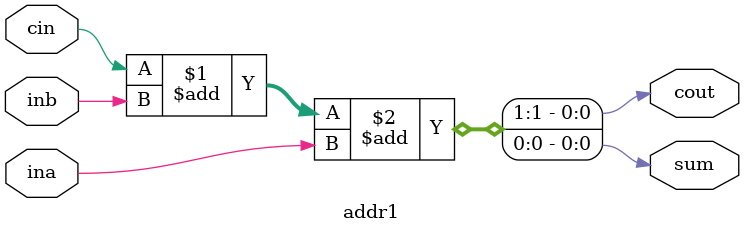
<source format=sv>
module addr8 (
  input            [7:0] inA,
  input            [7:0] inB,
  output     logic [7:0] out,
  output           logic cout);
  
  logic             cin12;
  logic             cin23;
  logic             cin34;
  logic             cin45;
  logic             cin56;
  logic             cin67;
  logic             cin78;
  
  addr1 addr1_a(
    .ina       ( inA[0] ),
    .inb       ( inB[0] ),
    .cin       ( 1'b0   ),
    .sum       ( out[0] ), 
    .cout      ( cin12  ));
    
  addr1 addr1_b(
    .ina       ( inA[1] ),
    .inb       ( inB[1] ),
    .cin       ( cin12  ),
    .sum       ( out[1] ), 
    .cout      ( cin23  ));

  addr1 addr1_c(
    .ina       ( inA[2] ),
    .inb       ( inB[2] ),
    .cin       ( cin23   ),
    .sum       ( out[2] ), 
    .cout      ( cin34  ));
    
  addr1 addr1_d(
    .ina       ( inA[3] ),
    .inb       ( inB[3] ),
    .cin       ( cin34  ),
    .sum       ( out[3] ), 
    .cout      ( cin45  )); 
    
  addr1 addr1_e(
    .ina       ( inA[4] ),
    .inb       ( inB[4] ),
    .cin       ( cin45  ),
    .sum       ( out[4] ), 
    .cout      ( cin56  ));

  addr1 addr1_f(
    .ina       ( inA[5] ),
    .inb       ( inB[5] ),
    .cin       ( cin56   ),
    .sum       ( out[5] ), 
    .cout      ( cin67  ));
    
  addr1 addr1_g(
    .ina       ( inA[6] ),
    .inb       ( inB[6] ),
    .cin       ( cin67  ),
    .sum       ( out[6] ), 
    .cout      ( cin78  ));   
    
  addr1 addr1_h(
    .ina       ( inA[7] ),
    .inb       ( inB[7] ),
    .cin       ( cin78  ),
    .sum       ( out[7] ), 
    .cout      ( cout  ));   

endmodule



module addr1 (
  input              ina,
  input              inb, 
  input              cin,
  output       logic cout,
  output       logic sum);  

  assign {cout,sum} =  cin + inb + ina;
 
endmodule
 
 


</source>
